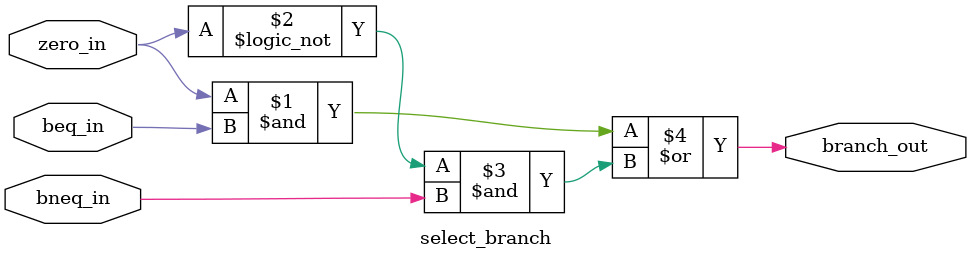
<source format=sv>
module select_branch
  (
    input logic   zero_in,
    input logic   beq_in,
    input logic   bneq_in,
    output logic  branch_out
  );

  assign branch_out = zero_in & beq_in | !zero_in & bneq_in;

endmodule // select_branch

</source>
